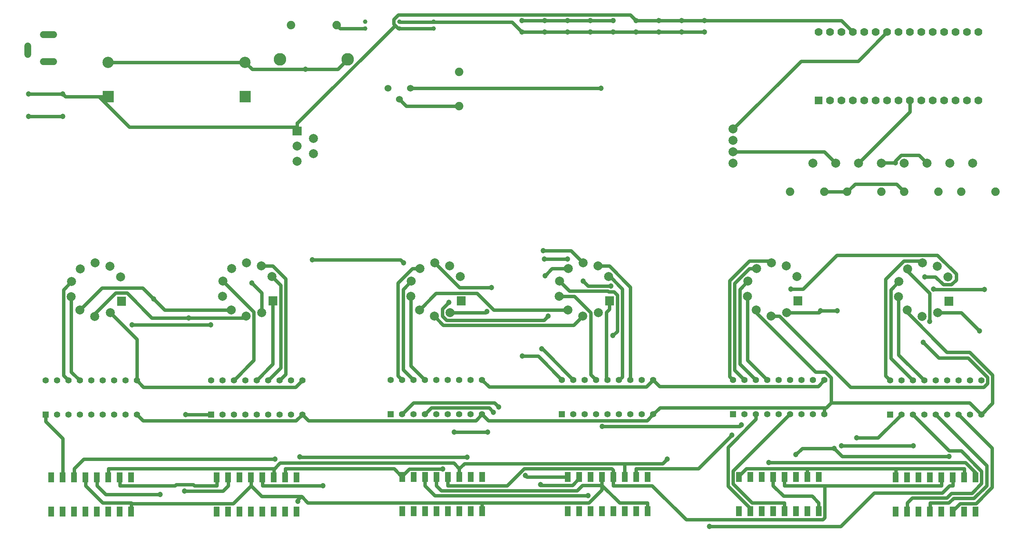
<source format=gtl>
G04 Layer: TopLayer*
G04 EasyEDA v6.1.52, Wed, 14 Aug 2019 16:00:45 GMT*
G04 61fb33ea13684dee95186c9376e4e459,bc0df6a87cf9400f99ff9c89e133bbb9,10*
G04 Gerber Generator version 0.2*
G04 Scale: 100 percent, Rotated: No, Reflected: No *
G04 Dimensions in millimeters *
G04 leading zeros omitted , absolute positions ,3 integer and 3 decimal *
%FSLAX33Y33*%
%MOMM*%
G90*
G71D02*

%ADD11C,0.799998*%
%ADD12C,1.199998*%
%ADD14C,2.499995*%
%ADD15C,1.199896*%
%ADD17C,1.999996*%
%ADD18C,0.999998*%
%ADD19C,1.524000*%
%ADD20C,1.879600*%
%ADD21C,2.799994*%
%ADD22R,1.778000X1.778000*%
%ADD23C,1.778000*%
%ADD25R,1.397000X1.397000*%
%ADD26C,1.397000*%
%ADD27C,1.193800*%
%ADD28C,1.499997*%

%LPD*%
G54D11*
G01X197449Y19631D02*
G01X177840Y19631D01*
G01X177800Y19672D01*
G01X124460Y17780D02*
G01X115404Y17780D01*
G01X115051Y18133D01*
G01X177800Y19672D02*
G01X164226Y19672D01*
G01X162560Y18006D01*
G01X162560Y17780D01*
G01X139700Y17780D02*
G01X139700Y19672D01*
G01X139700Y19672D02*
G01X153537Y19672D01*
G01X160969Y27101D01*
G01X24729Y15847D02*
G01X37020Y15847D01*
G01X37274Y16101D01*
G01X41084Y16101D01*
G01X41338Y15847D01*
G01X46319Y15847D01*
G01X197421Y87774D02*
G01X197421Y88201D01*
G01X198701Y89479D01*
G01X202620Y89479D01*
G01X204470Y87630D01*
G01X194310Y87630D02*
G01X194454Y87774D01*
G01X197421Y87774D01*
G01X87477Y17932D02*
G01X87630Y17780D01*
G01X61559Y19631D02*
G01X85778Y19631D01*
G01X87477Y17932D01*
G01X87477Y17932D02*
G01X89166Y19621D01*
G01X96621Y19621D01*
G01X64241Y95724D02*
G01X26873Y95724D01*
G01X20121Y102476D01*
G01X12065Y103083D02*
G01X12672Y102476D01*
G01X20121Y102476D01*
G01X22174Y102476D02*
G01X20121Y102476D01*
G01X4445Y103083D02*
G01X12065Y103083D01*
G01X64241Y95724D02*
G01X64241Y96626D01*
G01X64241Y94825D02*
G01X64241Y95724D01*
G01X86037Y118328D02*
G01X64335Y96626D01*
G01X64241Y96626D01*
G01X86037Y118328D02*
G01X86753Y117612D01*
G01X86995Y117612D01*
G01X139700Y119380D02*
G01X138394Y120685D01*
G01X86715Y120685D01*
G01X85730Y119700D01*
G01X85730Y118635D01*
G01X86037Y118328D01*
G01X139700Y119380D02*
G01X144780Y119380D01*
G01X154940Y119380D02*
G01X185420Y119380D01*
G01X187960Y116840D01*
G01X149860Y119380D02*
G01X154940Y119380D01*
G01X184150Y87630D02*
G01X181610Y90170D01*
G01X161290Y90170D01*
G01X177800Y17780D02*
G01X177800Y19672D01*
G01X197449Y17739D02*
G01X197449Y19631D01*
G01X212689Y17739D02*
G01X212689Y19631D01*
G01X212689Y19631D02*
G01X197449Y19631D01*
G01X61559Y17739D02*
G01X61559Y19631D01*
G01X46319Y17739D02*
G01X46319Y15847D01*
G01X24729Y17739D02*
G01X24729Y15847D01*
G01X94615Y117612D02*
G01X86995Y117612D01*
G01X144780Y119380D02*
G01X149860Y119380D01*
G01X203931Y62364D02*
G01X206329Y62364D01*
G01X208053Y60637D01*
G01X209880Y60637D01*
G01X210929Y61686D01*
G01X210929Y62989D01*
G01X206722Y67195D01*
G01X184391Y67195D01*
G01X176832Y59636D01*
G01X174124Y59636D01*
G01X201383Y24744D02*
G01X185384Y24744D01*
G01X180751Y54780D02*
G01X180360Y54389D01*
G01X173179Y54389D01*
G01X184419Y54780D02*
G01X180751Y54780D01*
G01X56339Y54389D02*
G01X56339Y58770D01*
G01X54155Y60957D01*
G01X65206Y13479D02*
G01X64419Y12692D01*
G01X64419Y12377D01*
G01X98249Y54389D02*
G01X106250Y54389D01*
G01X106512Y54650D01*
G01X181610Y39370D02*
G01X180210Y37967D01*
G01X144912Y37967D01*
G01X143510Y39370D01*
G01X180340Y10160D02*
G01X180340Y12052D01*
G01X170180Y17780D02*
G01X170180Y15887D01*
G01X170180Y15887D02*
G01X172514Y13553D01*
G01X178838Y13553D01*
G01X180340Y12052D01*
G01X105410Y39370D02*
G01X106941Y37838D01*
G01X141978Y37838D01*
G01X143510Y39370D01*
G01X65206Y13479D02*
G01X56309Y13479D01*
G01X53939Y15847D01*
G01X27269Y11912D02*
G01X50004Y11912D01*
G01X53939Y15847D01*
G01X27269Y11912D02*
G01X27269Y12011D01*
G01X27269Y11686D02*
G01X27269Y11912D01*
G01X27269Y10119D02*
G01X27269Y11686D01*
G01X65206Y13479D02*
G01X66636Y12052D01*
G01X105410Y12052D01*
G01X206799Y54350D02*
G01X212067Y54350D01*
G01X216090Y50327D01*
G01X28539Y39329D02*
G01X30043Y37828D01*
G01X63868Y37828D01*
G01X65369Y39329D01*
G01X28539Y39329D02*
G01X28539Y48460D01*
G01X22649Y54350D01*
G01X66070Y108544D02*
G01X73243Y108544D01*
G01X75445Y110744D01*
G01X52654Y110096D02*
G01X54206Y108544D01*
G01X66070Y108544D01*
G01X52654Y110096D02*
G01X22174Y110096D01*
G01X186690Y81280D02*
G01X181610Y81280D01*
G01X199390Y81280D02*
G01X197627Y83042D01*
G01X188452Y83042D01*
G01X186690Y81280D01*
G01X132080Y15986D02*
G01X127736Y15986D01*
G01X126535Y14785D01*
G01X96352Y14785D01*
G01X95250Y15887D01*
G01X132080Y16212D02*
G01X132080Y15986D01*
G01X95250Y17780D02*
G01X95250Y15887D01*
G01X132080Y15887D02*
G01X132080Y14927D01*
G01X129204Y12052D01*
G01X105410Y12052D01*
G01X142240Y12052D02*
G01X136014Y12052D01*
G01X132080Y15986D01*
G01X142240Y10160D02*
G01X142240Y12052D01*
G01X132080Y15986D02*
G01X132080Y15887D01*
G01X132080Y17780D02*
G01X132080Y16212D01*
G01X53939Y17739D02*
G01X53939Y15847D01*
G01X105410Y10160D02*
G01X105410Y12052D01*
G01X17109Y17739D02*
G01X17109Y15847D01*
G01X27269Y12011D02*
G01X20944Y12011D01*
G01X17109Y15847D01*
G01X94615Y119113D02*
G01X86995Y119113D01*
G01X114300Y116840D02*
G01X112026Y119113D01*
G01X94615Y119113D01*
G01X114300Y116840D02*
G01X119380Y116840D01*
G01X149860Y116840D02*
G01X154940Y116840D01*
G01X144780Y116840D02*
G01X149860Y116840D01*
G01X139700Y116840D02*
G01X144780Y116840D01*
G01X134620Y116840D02*
G01X139700Y116840D01*
G01X129540Y116840D02*
G01X134620Y116840D01*
G01X124460Y116840D02*
G01X129540Y116840D01*
G01X119380Y116840D02*
G01X124460Y116840D01*
G01X67602Y66159D02*
G01X87282Y66159D01*
G01X87955Y65486D01*
G01X27520Y51645D02*
G01X44978Y51645D01*
G01X91450Y54991D02*
G01X95158Y58696D01*
G01X104310Y58696D01*
G01X108016Y54991D01*
G01X124470Y54991D01*
G01X143510Y31750D02*
G01X142110Y30347D01*
G01X106812Y30347D01*
G01X105410Y31750D01*
G01X199999Y54950D02*
G01X199999Y54442D01*
G01X208871Y45570D01*
G01X213921Y45570D01*
G01X219003Y40487D01*
G01X219003Y34213D01*
G01X216499Y31709D01*
G01X183090Y34333D02*
G01X181988Y33230D01*
G01X181610Y33230D01*
G01X166380Y54991D02*
G01X166380Y54361D01*
G01X179590Y41150D01*
G01X181813Y41150D01*
G01X183090Y39870D01*
G01X183090Y34333D01*
G01X183090Y34333D02*
G01X213878Y34333D01*
G01X216499Y31709D01*
G01X32331Y57429D02*
G01X34770Y54991D01*
G01X49540Y54991D01*
G01X15849Y54950D02*
G01X20769Y59867D01*
G01X29890Y59867D01*
G01X32331Y57429D01*
G01X181610Y33230D02*
G01X144990Y33230D01*
G01X143510Y31750D01*
G01X105410Y31750D02*
G01X104010Y30347D01*
G01X66730Y30347D01*
G01X65369Y31709D01*
G01X181610Y31750D02*
G01X181610Y33230D01*
G01X65369Y31709D02*
G01X63969Y30309D01*
G01X29941Y30309D01*
G01X28539Y31709D01*
G01X129540Y119380D02*
G01X134620Y119380D01*
G01X124460Y119380D02*
G01X129540Y119380D01*
G01X119380Y119380D02*
G01X124460Y119380D01*
G01X114300Y119380D02*
G01X119380Y119380D01*
G01X127769Y53588D02*
G01X125765Y51584D01*
G01X96753Y51584D01*
G01X94749Y53588D01*
G01X19149Y53550D02*
G01X19149Y54102D01*
G01X23815Y58765D01*
G01X26337Y58765D01*
G01X31864Y53238D01*
G01X40114Y53238D01*
G01X52839Y53588D02*
G01X52489Y53238D01*
G01X40114Y53238D01*
G01X89494Y104373D02*
G01X131853Y104373D01*
G01X203608Y47787D02*
G01X207081Y44315D01*
G01X213616Y44315D01*
G01X217901Y40030D01*
G01X217901Y38674D01*
G01X217007Y37779D01*
G01X187380Y37779D01*
G01X171571Y53588D01*
G01X169679Y53588D01*
G01X73025Y118364D02*
G01X73776Y117612D01*
G01X79375Y117612D01*
G01X209364Y22354D02*
G01X185577Y22354D01*
G01X183741Y24190D01*
G01X175260Y22781D02*
G01X176669Y24190D01*
G01X183741Y24190D01*
G01X100330Y19672D02*
G01X99077Y20924D01*
G01X60411Y20924D01*
G01X59019Y19532D01*
G01X210149Y17739D02*
G01X210149Y15847D01*
G01X137160Y20789D02*
G01X145623Y20789D01*
G01X146644Y21810D01*
G01X100330Y19672D02*
G01X101447Y20789D01*
G01X137160Y20789D01*
G01X137160Y20789D02*
G01X137160Y19672D01*
G01X155978Y6804D02*
G01X185234Y6804D01*
G01X192646Y14216D01*
G01X207815Y14216D01*
G01X209445Y15847D01*
G01X210149Y15847D01*
G01X137160Y17780D02*
G01X137160Y19672D01*
G01X100330Y17780D02*
G01X100330Y19672D01*
G01X59019Y19532D02*
G01X59019Y19631D01*
G01X59019Y19306D02*
G01X59019Y19532D01*
G01X59019Y17739D02*
G01X59019Y19306D01*
G01X22189Y17739D02*
G01X22189Y19631D01*
G01X22189Y19631D02*
G01X59019Y19631D01*
G01X97790Y15887D02*
G01X110964Y15887D01*
G01X114762Y19687D01*
G01X134279Y19687D01*
G01X134620Y19347D01*
G01X56479Y15847D02*
G01X70017Y15847D01*
G01X19649Y17739D02*
G01X19649Y15847D01*
G01X19649Y15847D02*
G01X21617Y13881D01*
G01X33703Y13881D01*
G01X181693Y15847D02*
G01X172760Y15847D01*
G01X172720Y15887D01*
G01X207609Y15847D02*
G01X181693Y15847D01*
G01X134620Y15887D02*
G01X143256Y15887D01*
G01X150827Y8315D01*
G01X181221Y8315D01*
G01X181693Y8785D01*
G01X181693Y15847D01*
G01X172720Y17780D02*
G01X172720Y15887D01*
G01X207609Y17739D02*
G01X207609Y15847D01*
G01X134620Y17780D02*
G01X134620Y15887D01*
G01X134620Y18399D02*
G01X134620Y17780D01*
G01X134620Y18399D02*
G01X134620Y19347D01*
G01X56479Y17739D02*
G01X56479Y15847D01*
G01X97790Y17780D02*
G01X97790Y15887D01*
G01X211419Y31709D02*
G01X218897Y24234D01*
G01X218897Y15491D01*
G01X215318Y11912D01*
G01X211792Y11912D01*
G01X210149Y10269D01*
G01X210149Y10119D01*
G01X133350Y39370D02*
G01X133047Y39672D01*
G01X133047Y54465D01*
G01X133769Y55189D01*
G01X133769Y56989D02*
G01X133769Y55189D01*
G01X138430Y39370D02*
G01X138430Y60083D01*
G01X133723Y64790D01*
G01X131170Y64790D01*
G01X133570Y62390D02*
G01X133863Y62390D01*
G01X136578Y59672D01*
G01X136578Y40058D01*
G01X135890Y39370D01*
G01X132158Y29029D02*
G01X162768Y29029D01*
G01X163118Y29380D01*
G01X127000Y17780D02*
G01X127000Y17449D01*
G01X125536Y15986D01*
G01X118584Y15986D01*
G01X118435Y16136D01*
G01X50129Y39329D02*
G01X54589Y43789D01*
G01X54589Y54538D01*
G01X47739Y61389D01*
G01X64803Y22275D02*
G01X64869Y22209D01*
G01X102054Y22209D01*
G01X48859Y15847D02*
G01X47688Y14676D01*
G01X39192Y14676D01*
G01X45049Y31709D02*
G01X39436Y31709D01*
G01X48859Y17739D02*
G01X48859Y15847D01*
G01X94851Y65488D02*
G01X100368Y59971D01*
G01X107530Y59971D01*
G01X106680Y27767D02*
G01X99232Y27767D01*
G01X8219Y31709D02*
G01X8219Y30210D01*
G01X8219Y30210D02*
G01X12029Y26400D01*
G01X12029Y17739D01*
G01X205894Y59641D02*
G01X206001Y59535D01*
G01X217187Y59535D01*
G01X4445Y98084D02*
G01X12065Y98084D01*
G01X100330Y100330D02*
G01X88539Y100330D01*
G01X86995Y101874D01*
G01X198719Y31709D02*
G01X193532Y26522D01*
G01X188749Y26522D01*
G01X201259Y31709D02*
G01X209313Y23657D01*
G01X212016Y23657D01*
G01X216578Y19093D01*
G01X216578Y16344D01*
G01X214398Y14165D01*
G01X209875Y14165D01*
G01X208823Y13114D01*
G01X201091Y13114D01*
G01X199989Y12011D01*
G01X199989Y10119D02*
G01X199989Y12011D01*
G01X206339Y31709D02*
G01X217716Y20332D01*
G01X217716Y15900D01*
G01X214881Y13063D01*
G01X210332Y13063D01*
G01X209280Y12011D01*
G01X205069Y12011D01*
G01X205069Y10119D02*
G01X205069Y12011D01*
G01X198099Y57950D02*
G01X198099Y45029D01*
G01X203799Y39329D01*
G01X198201Y61348D02*
G01X196347Y59496D01*
G01X196347Y44241D01*
G01X201259Y39329D01*
G01X205003Y52461D02*
G01X205003Y58691D01*
G01X200101Y63593D01*
G01X200101Y64150D01*
G01X203400Y65450D02*
G01X202986Y65862D01*
G01X199270Y65862D01*
G01X195211Y61803D01*
G01X195211Y40297D01*
G01X196179Y39329D01*
G01X130810Y39370D02*
G01X129567Y40612D01*
G01X129567Y54371D01*
G01X125950Y57990D01*
G01X122570Y57990D01*
G01X134500Y49298D02*
G01X135475Y50276D01*
G01X135475Y58285D01*
G01X134736Y59024D01*
G01X133543Y59024D01*
G01X133370Y59199D01*
G01X124861Y59199D01*
G01X122669Y61389D01*
G01X119407Y62605D02*
G01X120990Y64190D01*
G01X124569Y64190D01*
G01X125730Y39370D02*
G01X118793Y46306D01*
G01X118704Y46306D01*
G01X119029Y68178D02*
G01X125181Y68178D01*
G01X127871Y65488D01*
G01X123190Y39370D02*
G01X117861Y44698D01*
G01X114386Y44698D01*
G01X55209Y39329D02*
G01X58839Y42959D01*
G01X58839Y56989D01*
G01X60289Y39329D02*
G01X61671Y40711D01*
G01X61671Y61884D01*
G01X58765Y64790D01*
G01X56240Y64790D01*
G01X57749Y39329D02*
G01X60543Y42123D01*
G01X60543Y60487D01*
G01X58640Y62390D01*
G01X164480Y57990D02*
G01X164480Y43799D01*
G01X168910Y39370D01*
G01X164579Y61389D02*
G01X162778Y59588D01*
G01X162778Y42961D01*
G01X166370Y39370D01*
G01X163830Y39370D02*
G01X161607Y41592D01*
G01X161607Y60944D01*
G01X164851Y64190D01*
G01X166479Y64190D01*
G01X161290Y39370D02*
G01X160461Y40198D01*
G01X160461Y61495D01*
G01X164858Y65892D01*
G01X169377Y65892D01*
G01X169781Y65488D01*
G01X172720Y10160D02*
G01X172720Y12052D01*
G01X172720Y12052D02*
G01X165445Y12052D01*
G01X161251Y16245D01*
G01X161251Y19161D01*
G01X173840Y31750D01*
G01X173990Y31750D01*
G01X89550Y57990D02*
G01X89550Y42529D01*
G01X92710Y39370D01*
G01X89649Y61389D02*
G01X87823Y59563D01*
G01X87823Y41716D01*
G01X90170Y39370D01*
G01X87630Y39370D02*
G01X86659Y40340D01*
G01X86659Y60967D01*
G01X89882Y64190D01*
G01X91549Y64190D01*
G01X87630Y31750D02*
G01X90159Y34279D01*
G01X108188Y34279D01*
G01X109067Y33401D01*
G01X107929Y32235D02*
G01X106987Y33177D01*
G01X94137Y33177D01*
G01X92710Y31750D01*
G01X15839Y39329D02*
G01X13949Y41219D01*
G01X13949Y57950D01*
G01X13299Y39329D02*
G01X12207Y40424D01*
G01X12207Y59507D01*
G01X14051Y61348D01*
G01X189230Y87630D02*
G01X200660Y99060D01*
G01X200660Y101600D01*
G01X161290Y95250D02*
G01X176380Y110340D01*
G01X189080Y110340D01*
G01X195580Y116840D01*
G01X215229Y17739D02*
G01X215229Y18768D01*
G01X212943Y21051D01*
G01X169219Y21051D01*
G01X128993Y13682D02*
G01X94914Y13682D01*
G01X92710Y15887D01*
G01X92710Y17780D02*
G01X92710Y15887D01*
G01X14569Y19631D02*
G01X16728Y21790D01*
G01X59306Y21790D01*
G01X14569Y17739D02*
G01X14569Y19631D01*
G01X166370Y31750D02*
G01X166370Y30662D01*
G01X160149Y24442D01*
G01X160149Y15788D01*
G01X165100Y10838D01*
G01X165100Y10160D01*
G01X97995Y56692D02*
G01X96547Y55242D01*
G01X96547Y53644D01*
G01X97505Y52687D01*
G01X119148Y52687D01*
G01X120096Y53637D01*
G01X127914Y61442D02*
G01X129029Y60327D01*
G01X134084Y60327D01*
G01X124449Y66324D02*
G01X119296Y66324D01*
G36*
G01X53902Y101227D02*
G01X51402Y101227D01*
G01X51402Y103727D01*
G01X53902Y103727D01*
G01X53902Y101227D01*
G37*
G36*
G01X23422Y101227D02*
G01X20922Y101227D01*
G01X20922Y103727D01*
G01X23422Y103727D01*
G01X23422Y101227D01*
G37*
G54D14*
G01X52652Y110097D03*
G01X22172Y110097D03*
G54D15*
G01X12065Y103083D03*
G01X12065Y98084D03*
G01X4445Y103083D03*
G01X4445Y98084D03*
G36*
G01X65240Y95825D02*
G01X65240Y93825D01*
G01X63240Y93825D01*
G01X63240Y95825D01*
G01X65240Y95825D01*
G37*
G54D17*
G01X67839Y93134D03*
G01X64240Y91440D03*
G01X67839Y89745D03*
G01X64240Y88054D03*
G54D18*
G01X86995Y119114D03*
G01X86995Y117613D03*
G01X79375Y119114D03*
G01X79375Y117613D03*
G54D19*
G01X86995Y101874D03*
G01X84495Y104373D03*
G01X89495Y104373D03*
G54D20*
G01X100330Y100330D03*
G01X100330Y107950D03*
G01X62865Y118364D03*
G01X73025Y118364D03*
G54D21*
G01X75445Y110744D03*
G01X60444Y110744D03*
G54D22*
G01X180340Y101600D03*
G54D23*
G01X182880Y101600D03*
G01X185420Y101600D03*
G01X187960Y101600D03*
G01X190500Y101600D03*
G01X193040Y101600D03*
G01X195580Y101600D03*
G01X198120Y101600D03*
G01X200660Y101600D03*
G01X203200Y101600D03*
G01X205740Y101600D03*
G01X208280Y101600D03*
G01X210820Y101600D03*
G01X213360Y101600D03*
G01X215900Y101600D03*
G01X180340Y116840D03*
G01X182880Y116840D03*
G01X185420Y116840D03*
G01X187960Y116840D03*
G01X190500Y116840D03*
G01X193040Y116840D03*
G01X195580Y116840D03*
G01X198120Y116840D03*
G01X200660Y116840D03*
G01X203200Y116840D03*
G01X205740Y116840D03*
G01X208280Y116840D03*
G01X210820Y116840D03*
G01X213360Y116840D03*
G01X215900Y116840D03*
G54D17*
G01X161290Y95250D03*
G01X161290Y92710D03*
G01X161290Y90170D03*
G01X161290Y87630D03*
G54D20*
G01X181610Y81280D03*
G01X173990Y81280D03*
G01X194310Y81280D03*
G01X186690Y81280D03*
G01X207010Y81280D03*
G01X199390Y81280D03*
G01X212090Y81280D03*
G01X219710Y81280D03*
G54D17*
G01X179070Y87630D03*
G01X184150Y87630D03*
G01X199390Y87630D03*
G01X204470Y87630D03*
G01X189230Y87630D03*
G01X194310Y87630D03*
G01X209550Y87630D03*
G01X214630Y87630D03*
G36*
G01X196844Y9029D02*
G01X196844Y11210D01*
G01X198055Y11210D01*
G01X198055Y9029D01*
G01X196844Y9029D01*
G37*
G36*
G01X199384Y9029D02*
G01X199384Y11210D01*
G01X200595Y11210D01*
G01X200595Y9029D01*
G01X199384Y9029D01*
G37*
G36*
G01X201924Y9029D02*
G01X201924Y11210D01*
G01X203135Y11210D01*
G01X203135Y9029D01*
G01X201924Y9029D01*
G37*
G36*
G01X204464Y9029D02*
G01X204464Y11210D01*
G01X205675Y11210D01*
G01X205675Y9029D01*
G01X204464Y9029D01*
G37*
G36*
G01X207004Y9029D02*
G01X207004Y11210D01*
G01X208215Y11210D01*
G01X208215Y9029D01*
G01X207004Y9029D01*
G37*
G36*
G01X209544Y9029D02*
G01X209544Y11210D01*
G01X210755Y11210D01*
G01X210755Y9029D01*
G01X209544Y9029D01*
G37*
G36*
G01X212084Y9029D02*
G01X212084Y11210D01*
G01X213295Y11210D01*
G01X213295Y9029D01*
G01X212084Y9029D01*
G37*
G36*
G01X214624Y9029D02*
G01X214624Y11210D01*
G01X215835Y11210D01*
G01X215835Y9029D01*
G01X214624Y9029D01*
G37*
G36*
G01X214624Y16649D02*
G01X214624Y18830D01*
G01X215835Y18830D01*
G01X215835Y16649D01*
G01X214624Y16649D01*
G37*
G36*
G01X212084Y16649D02*
G01X212084Y18830D01*
G01X213295Y18830D01*
G01X213295Y16649D01*
G01X212084Y16649D01*
G37*
G36*
G01X209544Y16649D02*
G01X209544Y18830D01*
G01X210755Y18830D01*
G01X210755Y16649D01*
G01X209544Y16649D01*
G37*
G36*
G01X207004Y16649D02*
G01X207004Y18830D01*
G01X208215Y18830D01*
G01X208215Y16649D01*
G01X207004Y16649D01*
G37*
G36*
G01X204464Y16649D02*
G01X204464Y18830D01*
G01X205675Y18830D01*
G01X205675Y16649D01*
G01X204464Y16649D01*
G37*
G36*
G01X201924Y16649D02*
G01X201924Y18830D01*
G01X203135Y18830D01*
G01X203135Y16649D01*
G01X201924Y16649D01*
G37*
G36*
G01X199384Y16649D02*
G01X199384Y18830D01*
G01X200595Y18830D01*
G01X200595Y16649D01*
G01X199384Y16649D01*
G37*
G36*
G01X196844Y16649D02*
G01X196844Y18830D01*
G01X198055Y18830D01*
G01X198055Y16649D01*
G01X196844Y16649D01*
G37*
G54D25*
G01X196179Y31709D03*
G54D26*
G01X198719Y31709D03*
G01X201259Y31709D03*
G01X203799Y31709D03*
G01X206339Y31709D03*
G01X208879Y31709D03*
G01X211419Y31709D03*
G01X213959Y31709D03*
G01X216499Y31709D03*
G01X216499Y39329D03*
G01X213959Y39329D03*
G01X211419Y39329D03*
G01X208879Y39329D03*
G01X206339Y39329D03*
G01X203799Y39329D03*
G01X201259Y39329D03*
G01X198719Y39329D03*
G01X196179Y39329D03*
G36*
G01X134770Y55990D02*
G01X132770Y55990D01*
G01X132770Y57990D01*
G01X134770Y57990D01*
G01X134770Y55990D01*
G37*
G54D17*
G01X131269Y54390D03*
G01X127769Y53589D03*
G01X124469Y54989D03*
G01X122570Y57989D03*
G01X122670Y61390D03*
G01X124569Y64190D03*
G01X127869Y65490D03*
G01X131170Y64789D03*
G01X133569Y62390D03*
G36*
G01X123854Y9069D02*
G01X123854Y11250D01*
G01X125065Y11250D01*
G01X125065Y9069D01*
G01X123854Y9069D01*
G37*
G36*
G01X126394Y9069D02*
G01X126394Y11250D01*
G01X127605Y11250D01*
G01X127605Y9069D01*
G01X126394Y9069D01*
G37*
G36*
G01X128934Y9069D02*
G01X128934Y11250D01*
G01X130145Y11250D01*
G01X130145Y9069D01*
G01X128934Y9069D01*
G37*
G36*
G01X131474Y9069D02*
G01X131474Y11250D01*
G01X132685Y11250D01*
G01X132685Y9069D01*
G01X131474Y9069D01*
G37*
G36*
G01X134014Y9069D02*
G01X134014Y11250D01*
G01X135225Y11250D01*
G01X135225Y9069D01*
G01X134014Y9069D01*
G37*
G36*
G01X136554Y9069D02*
G01X136554Y11250D01*
G01X137765Y11250D01*
G01X137765Y9069D01*
G01X136554Y9069D01*
G37*
G36*
G01X139094Y9069D02*
G01X139094Y11250D01*
G01X140305Y11250D01*
G01X140305Y9069D01*
G01X139094Y9069D01*
G37*
G36*
G01X141634Y9069D02*
G01X141634Y11250D01*
G01X142845Y11250D01*
G01X142845Y9069D01*
G01X141634Y9069D01*
G37*
G36*
G01X141634Y16689D02*
G01X141634Y18870D01*
G01X142845Y18870D01*
G01X142845Y16689D01*
G01X141634Y16689D01*
G37*
G36*
G01X139094Y16689D02*
G01X139094Y18870D01*
G01X140305Y18870D01*
G01X140305Y16689D01*
G01X139094Y16689D01*
G37*
G36*
G01X136554Y16689D02*
G01X136554Y18870D01*
G01X137765Y18870D01*
G01X137765Y16689D01*
G01X136554Y16689D01*
G37*
G36*
G01X134014Y16689D02*
G01X134014Y18870D01*
G01X135225Y18870D01*
G01X135225Y16689D01*
G01X134014Y16689D01*
G37*
G36*
G01X131474Y16689D02*
G01X131474Y18870D01*
G01X132685Y18870D01*
G01X132685Y16689D01*
G01X131474Y16689D01*
G37*
G36*
G01X128934Y16689D02*
G01X128934Y18870D01*
G01X130145Y18870D01*
G01X130145Y16689D01*
G01X128934Y16689D01*
G37*
G36*
G01X126394Y16689D02*
G01X126394Y18870D01*
G01X127605Y18870D01*
G01X127605Y16689D01*
G01X126394Y16689D01*
G37*
G36*
G01X123854Y16689D02*
G01X123854Y18870D01*
G01X125065Y18870D01*
G01X125065Y16689D01*
G01X123854Y16689D01*
G37*
G54D25*
G01X123190Y31750D03*
G54D26*
G01X125730Y31750D03*
G01X128270Y31750D03*
G01X130810Y31750D03*
G01X133350Y31750D03*
G01X135890Y31750D03*
G01X138430Y31750D03*
G01X140970Y31750D03*
G01X143510Y31750D03*
G01X143510Y39370D03*
G01X140970Y39370D03*
G01X138430Y39370D03*
G01X135890Y39370D03*
G01X133350Y39370D03*
G01X130810Y39370D03*
G01X128270Y39370D03*
G01X125730Y39370D03*
G01X123190Y39370D03*
G36*
G01X59840Y55990D02*
G01X57840Y55990D01*
G01X57840Y57990D01*
G01X59840Y57990D01*
G01X59840Y55990D01*
G37*
G54D17*
G01X56339Y54390D03*
G01X52839Y53589D03*
G01X49539Y54989D03*
G01X47640Y57989D03*
G01X47740Y61390D03*
G01X49639Y64190D03*
G01X52939Y65490D03*
G01X56240Y64789D03*
G01X58639Y62390D03*
G36*
G01X45714Y9029D02*
G01X45714Y11210D01*
G01X46925Y11210D01*
G01X46925Y9029D01*
G01X45714Y9029D01*
G37*
G36*
G01X48254Y9029D02*
G01X48254Y11210D01*
G01X49465Y11210D01*
G01X49465Y9029D01*
G01X48254Y9029D01*
G37*
G36*
G01X50794Y9029D02*
G01X50794Y11210D01*
G01X52005Y11210D01*
G01X52005Y9029D01*
G01X50794Y9029D01*
G37*
G36*
G01X53334Y9029D02*
G01X53334Y11210D01*
G01X54545Y11210D01*
G01X54545Y9029D01*
G01X53334Y9029D01*
G37*
G36*
G01X55874Y9029D02*
G01X55874Y11210D01*
G01X57085Y11210D01*
G01X57085Y9029D01*
G01X55874Y9029D01*
G37*
G36*
G01X58414Y9029D02*
G01X58414Y11210D01*
G01X59625Y11210D01*
G01X59625Y9029D01*
G01X58414Y9029D01*
G37*
G36*
G01X60954Y9029D02*
G01X60954Y11210D01*
G01X62165Y11210D01*
G01X62165Y9029D01*
G01X60954Y9029D01*
G37*
G36*
G01X63494Y9029D02*
G01X63494Y11210D01*
G01X64705Y11210D01*
G01X64705Y9029D01*
G01X63494Y9029D01*
G37*
G36*
G01X63494Y16649D02*
G01X63494Y18830D01*
G01X64705Y18830D01*
G01X64705Y16649D01*
G01X63494Y16649D01*
G37*
G36*
G01X60954Y16649D02*
G01X60954Y18830D01*
G01X62165Y18830D01*
G01X62165Y16649D01*
G01X60954Y16649D01*
G37*
G36*
G01X58414Y16649D02*
G01X58414Y18830D01*
G01X59625Y18830D01*
G01X59625Y16649D01*
G01X58414Y16649D01*
G37*
G36*
G01X55874Y16649D02*
G01X55874Y18830D01*
G01X57085Y18830D01*
G01X57085Y16649D01*
G01X55874Y16649D01*
G37*
G36*
G01X53334Y16649D02*
G01X53334Y18830D01*
G01X54545Y18830D01*
G01X54545Y16649D01*
G01X53334Y16649D01*
G37*
G36*
G01X50794Y16649D02*
G01X50794Y18830D01*
G01X52005Y18830D01*
G01X52005Y16649D01*
G01X50794Y16649D01*
G37*
G36*
G01X48254Y16649D02*
G01X48254Y18830D01*
G01X49465Y18830D01*
G01X49465Y16649D01*
G01X48254Y16649D01*
G37*
G36*
G01X45714Y16649D02*
G01X45714Y18830D01*
G01X46925Y18830D01*
G01X46925Y16649D01*
G01X45714Y16649D01*
G37*
G54D25*
G01X45049Y31709D03*
G54D26*
G01X47589Y31709D03*
G01X50129Y31709D03*
G01X52669Y31709D03*
G01X55209Y31709D03*
G01X57749Y31709D03*
G01X60289Y31709D03*
G01X62829Y31709D03*
G01X65369Y31709D03*
G01X65369Y39329D03*
G01X62829Y39329D03*
G01X60289Y39329D03*
G01X57749Y39329D03*
G01X55209Y39329D03*
G01X52669Y39329D03*
G01X50129Y39329D03*
G01X47589Y39329D03*
G01X45049Y39329D03*
G36*
G01X176680Y55990D02*
G01X174680Y55990D01*
G01X174680Y57990D01*
G01X176680Y57990D01*
G01X176680Y55990D01*
G37*
G54D17*
G01X173179Y54390D03*
G01X169679Y53589D03*
G01X166379Y54989D03*
G01X164480Y57989D03*
G01X164580Y61390D03*
G01X166479Y64190D03*
G01X169779Y65490D03*
G01X173080Y64789D03*
G01X175479Y62390D03*
G36*
G01X161954Y9069D02*
G01X161954Y11250D01*
G01X163165Y11250D01*
G01X163165Y9069D01*
G01X161954Y9069D01*
G37*
G36*
G01X164494Y9069D02*
G01X164494Y11250D01*
G01X165705Y11250D01*
G01X165705Y9069D01*
G01X164494Y9069D01*
G37*
G36*
G01X167034Y9069D02*
G01X167034Y11250D01*
G01X168245Y11250D01*
G01X168245Y9069D01*
G01X167034Y9069D01*
G37*
G36*
G01X169574Y9069D02*
G01X169574Y11250D01*
G01X170785Y11250D01*
G01X170785Y9069D01*
G01X169574Y9069D01*
G37*
G36*
G01X172114Y9069D02*
G01X172114Y11250D01*
G01X173325Y11250D01*
G01X173325Y9069D01*
G01X172114Y9069D01*
G37*
G36*
G01X174654Y9069D02*
G01X174654Y11250D01*
G01X175865Y11250D01*
G01X175865Y9069D01*
G01X174654Y9069D01*
G37*
G36*
G01X177194Y9069D02*
G01X177194Y11250D01*
G01X178405Y11250D01*
G01X178405Y9069D01*
G01X177194Y9069D01*
G37*
G36*
G01X179734Y9069D02*
G01X179734Y11250D01*
G01X180945Y11250D01*
G01X180945Y9069D01*
G01X179734Y9069D01*
G37*
G36*
G01X179734Y16689D02*
G01X179734Y18870D01*
G01X180945Y18870D01*
G01X180945Y16689D01*
G01X179734Y16689D01*
G37*
G36*
G01X177194Y16689D02*
G01X177194Y18870D01*
G01X178405Y18870D01*
G01X178405Y16689D01*
G01X177194Y16689D01*
G37*
G36*
G01X174654Y16689D02*
G01X174654Y18870D01*
G01X175865Y18870D01*
G01X175865Y16689D01*
G01X174654Y16689D01*
G37*
G36*
G01X172114Y16689D02*
G01X172114Y18870D01*
G01X173325Y18870D01*
G01X173325Y16689D01*
G01X172114Y16689D01*
G37*
G36*
G01X169574Y16689D02*
G01X169574Y18870D01*
G01X170785Y18870D01*
G01X170785Y16689D01*
G01X169574Y16689D01*
G37*
G36*
G01X167034Y16689D02*
G01X167034Y18870D01*
G01X168245Y18870D01*
G01X168245Y16689D01*
G01X167034Y16689D01*
G37*
G36*
G01X164494Y16689D02*
G01X164494Y18870D01*
G01X165705Y18870D01*
G01X165705Y16689D01*
G01X164494Y16689D01*
G37*
G36*
G01X161954Y16689D02*
G01X161954Y18870D01*
G01X163165Y18870D01*
G01X163165Y16689D01*
G01X161954Y16689D01*
G37*
G54D25*
G01X161290Y31750D03*
G54D26*
G01X163830Y31750D03*
G01X166370Y31750D03*
G01X168910Y31750D03*
G01X171450Y31750D03*
G01X173990Y31750D03*
G01X176530Y31750D03*
G01X179070Y31750D03*
G01X181610Y31750D03*
G01X181610Y39370D03*
G01X179070Y39370D03*
G01X176530Y39370D03*
G01X173990Y39370D03*
G01X171450Y39370D03*
G01X168910Y39370D03*
G01X166370Y39370D03*
G01X163830Y39370D03*
G01X161290Y39370D03*
G36*
G01X101750Y55990D02*
G01X99750Y55990D01*
G01X99750Y57990D01*
G01X101750Y57990D01*
G01X101750Y55990D01*
G37*
G54D17*
G01X98249Y54390D03*
G01X94749Y53589D03*
G01X91449Y54989D03*
G01X89550Y57989D03*
G01X89650Y61390D03*
G01X91549Y64190D03*
G01X94849Y65490D03*
G01X98150Y64789D03*
G01X100549Y62390D03*
G36*
G01X87024Y9069D02*
G01X87024Y11250D01*
G01X88235Y11250D01*
G01X88235Y9069D01*
G01X87024Y9069D01*
G37*
G36*
G01X89564Y9069D02*
G01X89564Y11250D01*
G01X90775Y11250D01*
G01X90775Y9069D01*
G01X89564Y9069D01*
G37*
G36*
G01X92104Y9069D02*
G01X92104Y11250D01*
G01X93315Y11250D01*
G01X93315Y9069D01*
G01X92104Y9069D01*
G37*
G36*
G01X94644Y9069D02*
G01X94644Y11250D01*
G01X95855Y11250D01*
G01X95855Y9069D01*
G01X94644Y9069D01*
G37*
G36*
G01X97184Y9069D02*
G01X97184Y11250D01*
G01X98395Y11250D01*
G01X98395Y9069D01*
G01X97184Y9069D01*
G37*
G36*
G01X99724Y9069D02*
G01X99724Y11250D01*
G01X100935Y11250D01*
G01X100935Y9069D01*
G01X99724Y9069D01*
G37*
G36*
G01X102264Y9069D02*
G01X102264Y11250D01*
G01X103475Y11250D01*
G01X103475Y9069D01*
G01X102264Y9069D01*
G37*
G36*
G01X104804Y9069D02*
G01X104804Y11250D01*
G01X106015Y11250D01*
G01X106015Y9069D01*
G01X104804Y9069D01*
G37*
G36*
G01X104804Y16689D02*
G01X104804Y18870D01*
G01X106015Y18870D01*
G01X106015Y16689D01*
G01X104804Y16689D01*
G37*
G36*
G01X102264Y16689D02*
G01X102264Y18870D01*
G01X103475Y18870D01*
G01X103475Y16689D01*
G01X102264Y16689D01*
G37*
G36*
G01X99724Y16689D02*
G01X99724Y18870D01*
G01X100935Y18870D01*
G01X100935Y16689D01*
G01X99724Y16689D01*
G37*
G36*
G01X97184Y16689D02*
G01X97184Y18870D01*
G01X98395Y18870D01*
G01X98395Y16689D01*
G01X97184Y16689D01*
G37*
G36*
G01X94644Y16689D02*
G01X94644Y18870D01*
G01X95855Y18870D01*
G01X95855Y16689D01*
G01X94644Y16689D01*
G37*
G36*
G01X92104Y16689D02*
G01X92104Y18870D01*
G01X93315Y18870D01*
G01X93315Y16689D01*
G01X92104Y16689D01*
G37*
G36*
G01X89564Y16689D02*
G01X89564Y18870D01*
G01X90775Y18870D01*
G01X90775Y16689D01*
G01X89564Y16689D01*
G37*
G36*
G01X87024Y16689D02*
G01X87024Y18870D01*
G01X88235Y18870D01*
G01X88235Y16689D01*
G01X87024Y16689D01*
G37*
G54D25*
G01X85090Y31750D03*
G54D26*
G01X87630Y31750D03*
G01X90170Y31750D03*
G01X92710Y31750D03*
G01X95250Y31750D03*
G01X97790Y31750D03*
G01X100330Y31750D03*
G01X102870Y31750D03*
G01X105410Y31750D03*
G01X105410Y39370D03*
G01X102870Y39370D03*
G01X100330Y39370D03*
G01X97790Y39370D03*
G01X95250Y39370D03*
G01X92710Y39370D03*
G01X90170Y39370D03*
G01X87630Y39370D03*
G01X85090Y39370D03*
G36*
G01X26150Y55950D02*
G01X24150Y55950D01*
G01X24150Y57949D01*
G01X26150Y57949D01*
G01X26150Y55950D01*
G37*
G54D17*
G01X22649Y54349D03*
G01X19149Y53549D03*
G01X15849Y54949D03*
G01X13950Y57949D03*
G01X14050Y61349D03*
G01X15949Y64149D03*
G01X19249Y65449D03*
G01X22550Y64749D03*
G01X24949Y62349D03*
G36*
G01X8884Y9029D02*
G01X8884Y11210D01*
G01X10095Y11210D01*
G01X10095Y9029D01*
G01X8884Y9029D01*
G37*
G36*
G01X11424Y9029D02*
G01X11424Y11210D01*
G01X12635Y11210D01*
G01X12635Y9029D01*
G01X11424Y9029D01*
G37*
G36*
G01X13964Y9029D02*
G01X13964Y11210D01*
G01X15175Y11210D01*
G01X15175Y9029D01*
G01X13964Y9029D01*
G37*
G36*
G01X16504Y9029D02*
G01X16504Y11210D01*
G01X17715Y11210D01*
G01X17715Y9029D01*
G01X16504Y9029D01*
G37*
G36*
G01X19044Y9029D02*
G01X19044Y11210D01*
G01X20255Y11210D01*
G01X20255Y9029D01*
G01X19044Y9029D01*
G37*
G36*
G01X21584Y9029D02*
G01X21584Y11210D01*
G01X22795Y11210D01*
G01X22795Y9029D01*
G01X21584Y9029D01*
G37*
G36*
G01X24124Y9029D02*
G01X24124Y11210D01*
G01X25335Y11210D01*
G01X25335Y9029D01*
G01X24124Y9029D01*
G37*
G36*
G01X26664Y9029D02*
G01X26664Y11210D01*
G01X27875Y11210D01*
G01X27875Y9029D01*
G01X26664Y9029D01*
G37*
G36*
G01X26664Y16649D02*
G01X26664Y18830D01*
G01X27875Y18830D01*
G01X27875Y16649D01*
G01X26664Y16649D01*
G37*
G36*
G01X24124Y16649D02*
G01X24124Y18830D01*
G01X25335Y18830D01*
G01X25335Y16649D01*
G01X24124Y16649D01*
G37*
G36*
G01X21584Y16649D02*
G01X21584Y18830D01*
G01X22795Y18830D01*
G01X22795Y16649D01*
G01X21584Y16649D01*
G37*
G36*
G01X19044Y16649D02*
G01X19044Y18830D01*
G01X20255Y18830D01*
G01X20255Y16649D01*
G01X19044Y16649D01*
G37*
G36*
G01X16504Y16649D02*
G01X16504Y18830D01*
G01X17715Y18830D01*
G01X17715Y16649D01*
G01X16504Y16649D01*
G37*
G36*
G01X13964Y16649D02*
G01X13964Y18830D01*
G01X15175Y18830D01*
G01X15175Y16649D01*
G01X13964Y16649D01*
G37*
G36*
G01X11424Y16649D02*
G01X11424Y18830D01*
G01X12635Y18830D01*
G01X12635Y16649D01*
G01X11424Y16649D01*
G37*
G36*
G01X8884Y16649D02*
G01X8884Y18830D01*
G01X10095Y18830D01*
G01X10095Y16649D01*
G01X8884Y16649D01*
G37*
G54D25*
G01X8219Y31709D03*
G54D26*
G01X10759Y31709D03*
G01X13299Y31709D03*
G01X15839Y31709D03*
G01X18379Y31709D03*
G01X20919Y31709D03*
G01X23459Y31709D03*
G01X25999Y31709D03*
G01X28539Y31709D03*
G01X28539Y39329D03*
G01X25999Y39329D03*
G01X23459Y39329D03*
G01X20919Y39329D03*
G01X18379Y39329D03*
G01X15839Y39329D03*
G01X13299Y39329D03*
G01X10759Y39329D03*
G01X8219Y39329D03*
G54D18*
G01X94615Y119114D03*
G01X94615Y117613D03*
G54D27*
G01X154940Y119380D03*
G01X154940Y116840D03*
G01X149860Y119380D03*
G01X149860Y116840D03*
G01X144780Y119380D03*
G01X144780Y116840D03*
G01X139700Y119380D03*
G01X139700Y116840D03*
G01X134620Y119380D03*
G01X134620Y116840D03*
G01X129540Y119380D03*
G01X129540Y116840D03*
G01X124460Y119380D03*
G01X124460Y116840D03*
G01X119380Y119380D03*
G01X119380Y116840D03*
G01X114300Y119380D03*
G01X114300Y116840D03*
G36*
G01X210300Y55950D02*
G01X208300Y55950D01*
G01X208300Y57949D01*
G01X210300Y57949D01*
G01X210300Y55950D01*
G37*
G54D17*
G01X206799Y54349D03*
G01X203299Y53549D03*
G01X199999Y54949D03*
G01X198100Y57949D03*
G01X198200Y61349D03*
G01X200099Y64149D03*
G01X203399Y65449D03*
G01X206700Y64749D03*
G01X209099Y62349D03*
G54D12*
G01X115051Y18133D03*
G01X160969Y27101D03*
G01X197421Y87774D03*
G01X96621Y19621D03*
G01X203931Y62364D03*
G01X174124Y59636D03*
G01X201383Y24744D03*
G01X185384Y24744D03*
G01X180751Y54780D03*
G01X184419Y54780D03*
G01X54155Y60957D03*
G01X106512Y54650D03*
G01X216090Y50327D03*
G01X66070Y108544D03*
G01X64419Y12377D03*
G01X87955Y65486D03*
G01X67602Y66159D03*
G01X44978Y51645D03*
G01X27520Y51645D03*
G01X32331Y57429D03*
G01X131853Y104373D03*
G01X203608Y47787D03*
G01X40114Y53238D03*
G01X209364Y22354D03*
G01X183741Y24190D03*
G01X175260Y22781D03*
G01X155978Y6804D03*
G01X146644Y21810D03*
G01X33703Y13881D03*
G01X70017Y15847D03*
G01X132158Y29029D03*
G01X163118Y29380D03*
G01X118435Y16136D03*
G01X64803Y22275D03*
G01X102054Y22209D03*
G01X39192Y14676D03*
G01X39436Y31709D03*
G01X107530Y59971D03*
G01X106680Y27767D03*
G01X99232Y27767D03*
G01X205894Y59641D03*
G01X217187Y59535D03*
G01X188749Y26522D03*
G01X205003Y52461D03*
G01X134500Y49298D03*
G01X119407Y62605D03*
G01X118704Y46306D03*
G01X119029Y68178D03*
G01X114386Y44698D03*
G01X109067Y33401D03*
G01X107929Y32235D03*
G01X169219Y21051D03*
G01X128993Y13682D03*
G01X59306Y21790D03*
G01X119296Y66324D03*
G01X124449Y66324D03*
G01X134084Y60327D03*
G01X127914Y61442D03*
G01X120096Y53637D03*
G01X97995Y56692D03*
G54D28*
G01X10079Y110284D02*
G01X7779Y110284D01*
G01X7779Y116283D02*
G01X10079Y116283D01*
G01X4278Y111833D02*
G01X4278Y113733D01*
M00*
M02*

</source>
